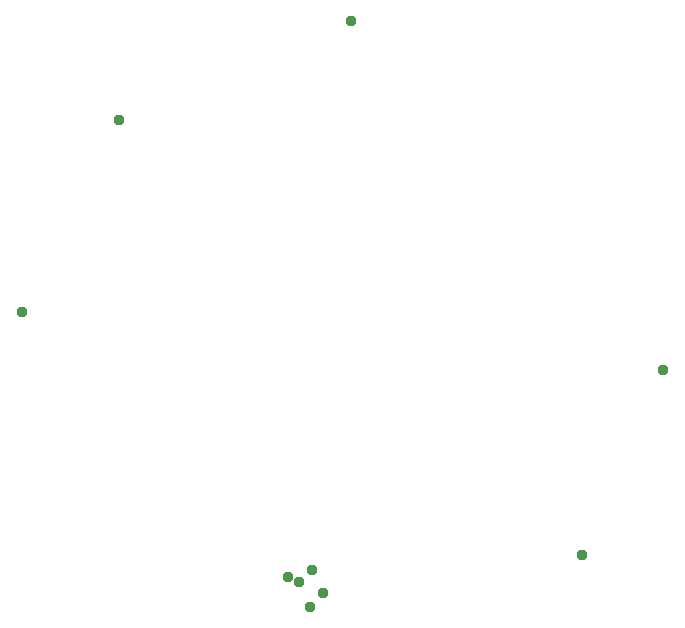
<source format=gbr>
G04 EAGLE Gerber RS-274X export*
G75*
%MOMM*%
%FSLAX34Y34*%
%LPD*%
%INSoldermask Bottom*%
%IPPOS*%
%AMOC8*
5,1,8,0,0,1.08239X$1,22.5*%
G01*
G04 Define Apertures*
%ADD10C,0.959600*%
D10*
X320040Y144780D03*
X74676Y362712D03*
X300228Y138684D03*
X156972Y525780D03*
X318516Y112776D03*
X548640Y156972D03*
X309372Y134112D03*
X617220Y313944D03*
X329184Y124968D03*
X353568Y609600D03*
M02*

</source>
